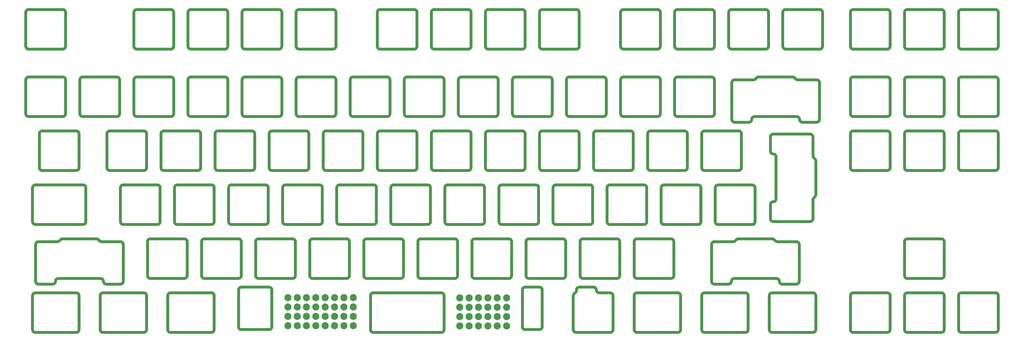
<source format=gbr>
%TF.GenerationSoftware,KiCad,Pcbnew,(5.1.9)-1*%
%TF.CreationDate,2021-02-08T17:30:41+01:00*%
%TF.ProjectId,P.01_ISO,502e3031-5f49-4534-9f2e-6b696361645f,rev?*%
%TF.SameCoordinates,Original*%
%TF.FileFunction,Soldermask,Top*%
%TF.FilePolarity,Negative*%
%FSLAX46Y46*%
G04 Gerber Fmt 4.6, Leading zero omitted, Abs format (unit mm)*
G04 Created by KiCad (PCBNEW (5.1.9)-1) date 2021-02-08 17:30:41*
%MOMM*%
%LPD*%
G01*
G04 APERTURE LIST*
%ADD10C,1.000000*%
%ADD11C,2.500000*%
G04 APERTURE END LIST*
D10*
X254507992Y-104909752D02*
G75*
G02*
X253507992Y-105909752I-1000000J0D01*
G01*
X234092751Y-113982507D02*
X246092751Y-113982507D01*
X233092751Y-100982507D02*
G75*
G02*
X234092751Y-99982507I1000000J0D01*
G01*
X246092751Y-99982507D02*
G75*
G02*
X247092751Y-100982507I0J-1000000D01*
G01*
X247092751Y-112982507D02*
G75*
G02*
X246092751Y-113982507I-1000000J0D01*
G01*
X246092751Y-99982507D02*
X234092751Y-99982507D01*
X252507992Y-106909752D02*
G75*
G02*
X253507992Y-105909752I1000000J0D01*
G01*
X268507992Y-103471752D02*
X268507992Y-91471752D01*
X234092751Y-113982507D02*
G75*
G02*
X233092751Y-112982507I0J1000000D01*
G01*
X267507992Y-111909752D02*
X267507992Y-105203803D01*
X268507993Y-103471752D02*
G75*
G02*
X268007992Y-104337778I-1000001J0D01*
G01*
X253507992Y-89033752D02*
G75*
G02*
X254507992Y-90033752I0J-1000000D01*
G01*
X253507992Y-112909752D02*
X266507992Y-112909752D01*
X253507992Y-112909752D02*
G75*
G02*
X252507992Y-111909752I0J1000000D01*
G01*
X267507992Y-105203803D02*
G75*
G02*
X268007992Y-104337778I1000000J0D01*
G01*
X252507992Y-106909752D02*
X252507992Y-111909752D01*
X252507993Y-83033752D02*
X252507992Y-88033752D01*
X247092751Y-112982507D02*
X247092751Y-100982507D01*
X267507992Y-89739701D02*
X267507993Y-83033752D01*
X266507993Y-82033752D02*
G75*
G02*
X267507993Y-83033752I0J-1000000D01*
G01*
X266507993Y-82033752D02*
X253507993Y-82033752D01*
X254507992Y-90033752D02*
X254507992Y-104909752D01*
X267507992Y-111909752D02*
G75*
G02*
X266507992Y-112909752I-1000000J0D01*
G01*
X268007992Y-90605726D02*
G75*
G02*
X267507992Y-89739701I500000J866025D01*
G01*
X233092751Y-100982507D02*
X233092751Y-112982507D01*
X252507993Y-83033752D02*
G75*
G02*
X253507993Y-82033752I1000000J0D01*
G01*
X253507992Y-89033752D02*
G75*
G02*
X252507992Y-88033752I0J1000000D01*
G01*
X227042751Y-99982507D02*
G75*
G02*
X228042751Y-100982507I0J-1000000D01*
G01*
X228042751Y-112982507D02*
X228042751Y-100982507D01*
X228042751Y-112982507D02*
G75*
G02*
X227042751Y-113982507I-1000000J0D01*
G01*
X227042751Y-99982507D02*
X215042751Y-99982507D01*
X214042751Y-100982507D02*
X214042751Y-112982507D01*
X215042751Y-113982507D02*
X227042751Y-113982507D01*
X215042751Y-113982507D02*
G75*
G02*
X214042751Y-112982507I0J1000000D01*
G01*
X214042751Y-100982507D02*
G75*
G02*
X215042751Y-99982507I1000000J0D01*
G01*
X268007992Y-90605727D02*
G75*
G02*
X268507992Y-91471752I-500000J-866025D01*
G01*
X104198699Y-132003802D02*
G75*
G02*
X103198699Y-133003802I-1000000J0D01*
G01*
X104198699Y-132003802D02*
X104198700Y-120003802D01*
X91198699Y-133003801D02*
X103198699Y-133003802D01*
X103198700Y-119003802D02*
X91198700Y-119003801D01*
X90198700Y-120003801D02*
X90198699Y-132003801D01*
X103198700Y-119003802D02*
G75*
G02*
X104198700Y-120003802I0J-1000000D01*
G01*
X91198699Y-133003801D02*
G75*
G02*
X90198699Y-132003801I0J1000000D01*
G01*
X90198700Y-120003801D02*
G75*
G02*
X91198700Y-119003801I1000000J0D01*
G01*
X66098699Y-132003800D02*
G75*
G02*
X65098699Y-133003800I-1000000J0D01*
G01*
X229311200Y-94903805D02*
X241311200Y-94903805D01*
X161636201Y-74853803D02*
X161636201Y-62853803D01*
X175636201Y-74853804D02*
G75*
G02*
X174636201Y-75853804I-1000000J0D01*
G01*
X175636201Y-62853804D02*
X175636201Y-74853804D01*
X162636201Y-75853803D02*
G75*
G02*
X161636201Y-74853803I0J1000000D01*
G01*
X53098699Y-133003800D02*
G75*
G02*
X52098699Y-132003800I0J1000000D01*
G01*
X53098699Y-133003800D02*
X65098699Y-133003800D01*
X241311201Y-80903805D02*
G75*
G02*
X242311201Y-81903805I0J-1000000D01*
G01*
X65098700Y-119003800D02*
X53098700Y-119003800D01*
X242311200Y-93903805D02*
X242311201Y-81903805D01*
X136536199Y-138053802D02*
X112629949Y-138053802D01*
X242311200Y-93903805D02*
G75*
G02*
X241311200Y-94903805I-1000000J0D01*
G01*
X174636201Y-61853804D02*
G75*
G02*
X175636201Y-62853804I0J-1000000D01*
G01*
X123248699Y-132003802D02*
X123248700Y-120003802D01*
X136536200Y-138053802D02*
G75*
G02*
X137536199Y-139053803I-1J-1000000D01*
G01*
X137536199Y-151053803D02*
X137536199Y-139053803D01*
X137536199Y-151053802D02*
G75*
G02*
X136536199Y-152053802I-1000000J0D01*
G01*
X65098701Y-119003800D02*
G75*
G02*
X66098700Y-120003801I-1J-1000000D01*
G01*
X110248699Y-133003802D02*
G75*
G02*
X109248699Y-132003802I0J1000000D01*
G01*
X112629949Y-152053802D02*
X136536199Y-152053802D01*
X112629949Y-152053802D02*
G75*
G02*
X111629949Y-151053802I0J1000000D01*
G01*
X111629949Y-139053802D02*
X111629949Y-151053802D01*
X228311201Y-81903805D02*
G75*
G02*
X229311201Y-80903805I1000000J0D01*
G01*
X110248699Y-133003802D02*
X122248699Y-133003802D01*
X52098700Y-120003800D02*
X52098699Y-132003800D01*
X111629949Y-139053802D02*
G75*
G02*
X112629949Y-138053802I1000000J0D01*
G01*
X160348699Y-133003803D02*
X148348699Y-133003803D01*
X161636201Y-62853803D02*
G75*
G02*
X162636201Y-61853803I1000000J0D01*
G01*
X161348699Y-132003803D02*
G75*
G02*
X160348699Y-133003803I-1000000J0D01*
G01*
X174636201Y-75853804D02*
X162636201Y-75853803D01*
X147348700Y-120003803D02*
G75*
G02*
X148348700Y-119003803I1000000J0D01*
G01*
X147348699Y-132003803D02*
X147348700Y-120003803D01*
X162636201Y-61853803D02*
X174636201Y-61853804D01*
X123248699Y-132003802D02*
G75*
G02*
X122248699Y-133003802I-1000000J0D01*
G01*
X229311200Y-94903805D02*
G75*
G02*
X228311200Y-93903805I0J1000000D01*
G01*
X241311201Y-80903805D02*
X229311201Y-80903805D01*
X160348700Y-119003803D02*
G75*
G02*
X161348700Y-120003803I0J-1000000D01*
G01*
X148348699Y-133003803D02*
G75*
G02*
X147348699Y-132003803I0J1000000D01*
G01*
X228311201Y-81903805D02*
X228311200Y-93903805D01*
X52098700Y-120003800D02*
G75*
G02*
X53098700Y-119003800I1000000J0D01*
G01*
X66098699Y-132003801D02*
X66098700Y-120003801D01*
X161348700Y-120003803D02*
X161348699Y-132003803D01*
X148348700Y-119003803D02*
X160348700Y-119003803D01*
X23236201Y-62853799D02*
X23236201Y-74853799D01*
X231779450Y-121003805D02*
X231779449Y-134003805D01*
X254949500Y-120003806D02*
G75*
G02*
X254083475Y-119503806I0J1000000D01*
G01*
X23236201Y-74853799D02*
G75*
G02*
X22236201Y-75853799I-1000000J0D01*
G01*
X22236201Y-75853799D02*
X10236201Y-75853799D01*
X109248700Y-120003802D02*
X109248699Y-132003802D01*
X200736202Y-38041304D02*
X212736202Y-38041305D01*
X261655450Y-120003806D02*
G75*
G02*
X262655450Y-121003806I0J-1000000D01*
G01*
X109248700Y-120003802D02*
G75*
G02*
X110248700Y-119003802I1000000J0D01*
G01*
X42573700Y-100953800D02*
G75*
G02*
X43573700Y-99953800I1000000J0D01*
G01*
X66129948Y-151053801D02*
G75*
G02*
X65129949Y-150053800I1J1000000D01*
G01*
X213736202Y-39041305D02*
X213736202Y-51041305D01*
X43573700Y-113953800D02*
X55573700Y-113953800D01*
X42573700Y-100953800D02*
X42573700Y-112953800D01*
X55573700Y-99953800D02*
X43573700Y-99953800D01*
X262655449Y-134003806D02*
X262655450Y-121003806D01*
X9236201Y-74853799D02*
X9236201Y-62853799D01*
X253217450Y-119003806D02*
X241217450Y-119003805D01*
X253217450Y-119003806D02*
G75*
G02*
X254083475Y-119503806I0J-1000000D01*
G01*
X122248700Y-119003802D02*
X110248700Y-119003802D01*
X262655449Y-134003806D02*
G75*
G02*
X261655449Y-135003806I-1000000J0D01*
G01*
X122248700Y-119003802D02*
G75*
G02*
X123248700Y-120003802I0J-1000000D01*
G01*
X200736202Y-52041304D02*
G75*
G02*
X199736202Y-51041304I0J1000000D01*
G01*
X238779449Y-134003805D02*
G75*
G02*
X237779449Y-135003805I-1000000J0D01*
G01*
X171161202Y-39041303D02*
G75*
G02*
X172161202Y-38041303I1000000J0D01*
G01*
X212736202Y-52041305D02*
X200736202Y-52041304D01*
X213736202Y-51041305D02*
G75*
G02*
X212736202Y-52041305I-1000000J0D01*
G01*
X212736202Y-38041305D02*
G75*
G02*
X213736202Y-39041305I0J-1000000D01*
G01*
X55573700Y-99953800D02*
G75*
G02*
X56573700Y-100953800I0J-1000000D01*
G01*
X76886199Y-150053801D02*
G75*
G02*
X75886199Y-151053801I-1000000J0D01*
G01*
X9236201Y-62853799D02*
G75*
G02*
X10236201Y-61853799I1000000J0D01*
G01*
X56573700Y-112953800D02*
X56573700Y-100953800D01*
X172161202Y-38041303D02*
X184161202Y-38041304D01*
X184161202Y-52041304D02*
X172161202Y-52041303D01*
X239779449Y-133003805D02*
X254655449Y-133003806D01*
X256655449Y-135003806D02*
G75*
G02*
X255655449Y-134003806I0J1000000D01*
G01*
X22236201Y-61853799D02*
G75*
G02*
X23236201Y-62853799I0J-1000000D01*
G01*
X254655449Y-133003806D02*
G75*
G02*
X255655449Y-134003806I0J-1000000D01*
G01*
X10236201Y-75853799D02*
G75*
G02*
X9236201Y-74853799I0J1000000D01*
G01*
X199736202Y-39041304D02*
G75*
G02*
X200736202Y-38041304I1000000J0D01*
G01*
X256655449Y-135003806D02*
X261655449Y-135003806D01*
X199736202Y-51041304D02*
X199736202Y-39041304D01*
X261655450Y-120003806D02*
X254949500Y-120003806D01*
X75886199Y-136053801D02*
G75*
G02*
X76886199Y-137053801I0J-1000000D01*
G01*
X231779450Y-121003805D02*
G75*
G02*
X232779450Y-120003805I1000000J0D01*
G01*
X56573700Y-112953800D02*
G75*
G02*
X55573700Y-113953800I-1000000J0D01*
G01*
X185161202Y-51041304D02*
G75*
G02*
X184161202Y-52041304I-1000000J0D01*
G01*
X185161202Y-39041304D02*
X185161202Y-51041304D01*
X171161202Y-51041303D02*
X171161202Y-39041303D01*
X238779449Y-134003805D02*
G75*
G02*
X239779449Y-133003805I1000000J0D01*
G01*
X43573700Y-113953800D02*
G75*
G02*
X42573700Y-112953800I0J1000000D01*
G01*
X66129949Y-151053801D02*
X75886199Y-151053801D01*
X184161202Y-38041304D02*
G75*
G02*
X185161202Y-39041304I0J-1000000D01*
G01*
X172161202Y-52041303D02*
G75*
G02*
X171161202Y-51041303I0J1000000D01*
G01*
X75886199Y-136053801D02*
X66129949Y-136053801D01*
X76886199Y-150053801D02*
X76886199Y-137053801D01*
X10236201Y-61853799D02*
X22236201Y-61853799D01*
X232779449Y-135003805D02*
X237779449Y-135003805D01*
X65129949Y-137053800D02*
X65129949Y-150053800D01*
X239485399Y-120003805D02*
X232779450Y-120003805D01*
X240351424Y-119503805D02*
G75*
G02*
X239485399Y-120003805I-866025J500000D01*
G01*
X65129949Y-137053801D02*
G75*
G02*
X66129949Y-136053801I1000000J0D01*
G01*
X240351425Y-119503805D02*
G75*
G02*
X241217450Y-119003805I866025J-500000D01*
G01*
X232779449Y-135003805D02*
G75*
G02*
X231779449Y-134003805I0J1000000D01*
G01*
X8948700Y-93903799D02*
X8948701Y-81903799D01*
X7948701Y-80903799D02*
X-4051299Y-80903799D01*
X23530449Y-135003799D02*
X18530449Y-135003799D01*
X-7432550Y-100953798D02*
G75*
G02*
X-6432550Y-99953798I1000000J0D01*
G01*
X3186202Y-38041299D02*
G75*
G02*
X4186202Y-39041299I0J-1000000D01*
G01*
X-5345552Y-135003799D02*
G75*
G02*
X-6345551Y-134003798I1J1000000D01*
G01*
X2226425Y-119503799D02*
G75*
G02*
X3092450Y-119003799I866025J-500000D01*
G01*
X56573699Y-151053800D02*
G75*
G02*
X55573699Y-152053800I-1000000J0D01*
G01*
X-8813798Y-52041298D02*
X3186202Y-52041299D01*
X-8813799Y-61853798D02*
X3186201Y-61853799D01*
X-9813799Y-62853798D02*
G75*
G02*
X-8813799Y-61853798I1000000J0D01*
G01*
X-6345551Y-134003798D02*
X-6345550Y-121003798D01*
X23530450Y-120003799D02*
G75*
G02*
X24530450Y-121003799I0J-1000000D01*
G01*
X2226424Y-119503799D02*
G75*
G02*
X1360399Y-120003799I-866025J500000D01*
G01*
X654449Y-134003799D02*
G75*
G02*
X-345551Y-135003799I-1000000J0D01*
G01*
X-5345550Y-120003799D02*
X1360399Y-120003799D01*
X41192449Y-152053800D02*
G75*
G02*
X40192449Y-151053800I0J1000000D01*
G01*
X-345551Y-135003799D02*
X-5345551Y-135003799D01*
X16824500Y-120003799D02*
X23530450Y-120003799D01*
X16530449Y-133003799D02*
G75*
G02*
X17530449Y-134003799I0J-1000000D01*
G01*
X40192449Y-151053800D02*
X40192449Y-139053800D01*
X-6432550Y-113953798D02*
X10329950Y-113953799D01*
X18530449Y-135003799D02*
G75*
G02*
X17530449Y-134003799I0J1000000D01*
G01*
X7948701Y-80903799D02*
G75*
G02*
X8948701Y-81903799I0J-1000000D01*
G01*
X8948700Y-93903799D02*
G75*
G02*
X7948700Y-94903799I-1000000J0D01*
G01*
X-6345550Y-121003799D02*
G75*
G02*
X-5345550Y-120003799I1000000J0D01*
G01*
X-4051300Y-94903799D02*
X7948700Y-94903799D01*
X-5051299Y-81903799D02*
X-5051300Y-93903799D01*
X-5051299Y-81903799D02*
G75*
G02*
X-4051299Y-80903799I1000000J0D01*
G01*
X24530450Y-121003799D02*
X24530449Y-134003799D01*
X16824500Y-120003799D02*
G75*
G02*
X15958475Y-119503799I0J1000000D01*
G01*
X3186201Y-75853799D02*
X-8813799Y-75853798D01*
X-9813798Y-39041298D02*
X-9813798Y-51041298D01*
X-8813798Y-52041298D02*
G75*
G02*
X-9813798Y-51041298I0J1000000D01*
G01*
X-4051300Y-94903799D02*
G75*
G02*
X-5051300Y-93903799I0J1000000D01*
G01*
X4186202Y-51041299D02*
X4186202Y-39041299D01*
X4186202Y-51041299D02*
G75*
G02*
X3186202Y-52041299I-1000000J0D01*
G01*
X3186201Y-61853799D02*
G75*
G02*
X4186201Y-62853799I0J-1000000D01*
G01*
X15092450Y-119003799D02*
G75*
G02*
X15958475Y-119503799I0J-1000000D01*
G01*
X24530449Y-134003799D02*
G75*
G02*
X23530449Y-135003799I-1000000J0D01*
G01*
X-9813798Y-39041298D02*
G75*
G02*
X-8813798Y-38041298I1000000J0D01*
G01*
X3186202Y-38041299D02*
X-8813798Y-38041298D01*
X3092450Y-119003799D02*
X15092450Y-119003799D01*
X55573699Y-152053800D02*
X41192449Y-152053800D01*
X-9813799Y-74853798D02*
X-9813799Y-62853798D01*
X654449Y-134003799D02*
G75*
G02*
X1654449Y-133003799I1000000J0D01*
G01*
X16530449Y-133003799D02*
X1654449Y-133003799D01*
X4186201Y-62853799D02*
X4186201Y-74853799D01*
X-8813799Y-75853798D02*
G75*
G02*
X-9813799Y-74853798I0J1000000D01*
G01*
X32761199Y-151053800D02*
G75*
G02*
X31761199Y-152053800I-1000000J0D01*
G01*
X-6432550Y-113953798D02*
G75*
G02*
X-7432550Y-112953798I0J1000000D01*
G01*
X31761199Y-138053800D02*
G75*
G02*
X32761199Y-139053800I0J-1000000D01*
G01*
X17379949Y-152053799D02*
G75*
G02*
X16379949Y-151053799I0J1000000D01*
G01*
X31761199Y-152053800D02*
X17379949Y-152053799D01*
X32761199Y-139053800D02*
X32761199Y-151053800D01*
X10329950Y-99953799D02*
G75*
G02*
X11329950Y-100953799I0J-1000000D01*
G01*
X17379949Y-138053799D02*
X31761199Y-138053800D01*
X16379949Y-139053799D02*
G75*
G02*
X17379949Y-138053799I1000000J0D01*
G01*
X16379949Y-151053799D02*
X16379949Y-139053799D01*
X10329950Y-99953799D02*
X-6432550Y-99953798D01*
X11329950Y-112953799D02*
X11329950Y-100953799D01*
X11329950Y-112953799D02*
G75*
G02*
X10329950Y-113953799I-1000000J0D01*
G01*
X4186201Y-74853799D02*
G75*
G02*
X3186201Y-75853799I-1000000J0D01*
G01*
X-7432550Y-100953798D02*
X-7432550Y-112953798D01*
X229311199Y-152053805D02*
G75*
G02*
X228311199Y-151053805I0J1000000D01*
G01*
X294698700Y-93903807D02*
G75*
G02*
X293698700Y-94903807I-1000000J0D01*
G01*
X280698701Y-81903807D02*
G75*
G02*
X281698701Y-80903807I1000000J0D01*
G01*
X313748700Y-93903807D02*
G75*
G02*
X312748700Y-94903807I-1000000J0D01*
G01*
X300748700Y-94903807D02*
X312748700Y-94903807D01*
X280698701Y-81903807D02*
X280698700Y-93903807D01*
X312748699Y-138053807D02*
X300748699Y-138053807D01*
X55573699Y-138053800D02*
G75*
G02*
X56573699Y-139053800I0J-1000000D01*
G01*
X40192449Y-139053800D02*
G75*
G02*
X41192449Y-138053800I1000000J0D01*
G01*
X293698701Y-61853807D02*
X281698701Y-61853807D01*
X294698701Y-74853807D02*
X294698701Y-62853807D01*
X219879949Y-138053805D02*
G75*
G02*
X220879949Y-139053805I0J-1000000D01*
G01*
X300748702Y-52041307D02*
G75*
G02*
X299748702Y-51041307I0J1000000D01*
G01*
X313748699Y-151053807D02*
G75*
G02*
X312748699Y-152053807I-1000000J0D01*
G01*
X300748700Y-94903807D02*
G75*
G02*
X299748700Y-93903807I0J1000000D01*
G01*
X312748701Y-80903807D02*
G75*
G02*
X313748701Y-81903807I0J-1000000D01*
G01*
X313748700Y-93903807D02*
X313748701Y-81903807D01*
X293698701Y-80903807D02*
G75*
G02*
X294698701Y-81903807I0J-1000000D01*
G01*
X313748702Y-51041307D02*
X313748702Y-39041307D01*
X228311199Y-139053805D02*
G75*
G02*
X229311199Y-138053805I1000000J0D01*
G01*
X244692449Y-139053806D02*
X244692449Y-151053806D01*
X220879949Y-151053805D02*
G75*
G02*
X219879949Y-152053805I-1000000J0D01*
G01*
X299748702Y-39041307D02*
X299748702Y-51041307D01*
X56573699Y-139053800D02*
X56573699Y-151053800D01*
X294698700Y-93903807D02*
X294698701Y-81903807D01*
X312748702Y-38041307D02*
G75*
G02*
X313748702Y-39041307I0J-1000000D01*
G01*
X243692449Y-152053805D02*
X229311199Y-152053805D01*
X300748699Y-152053807D02*
X312748699Y-152053807D01*
X219879949Y-152053805D02*
X205498699Y-152053804D01*
X41192449Y-138053800D02*
X55573699Y-138053800D01*
X280698701Y-62853807D02*
G75*
G02*
X281698701Y-61853807I1000000J0D01*
G01*
X293698701Y-61853807D02*
G75*
G02*
X294698701Y-62853807I0J-1000000D01*
G01*
X294698701Y-74853807D02*
G75*
G02*
X293698701Y-75853807I-1000000J0D01*
G01*
X299748702Y-39041307D02*
G75*
G02*
X300748702Y-38041307I1000000J0D01*
G01*
X281698701Y-75853807D02*
X293698701Y-75853807D01*
X228311199Y-151053805D02*
X228311199Y-139053805D01*
X220879949Y-139053805D02*
X220879949Y-151053805D01*
X312748699Y-138053807D02*
G75*
G02*
X313748699Y-139053807I0J-1000000D01*
G01*
X280698701Y-62853807D02*
X280698701Y-74853807D01*
X313748699Y-151053807D02*
X313748699Y-139053807D01*
X244692449Y-151053805D02*
G75*
G02*
X243692449Y-152053805I-1000000J0D01*
G01*
X300748699Y-152053807D02*
G75*
G02*
X299748699Y-151053807I0J1000000D01*
G01*
X299748699Y-139053807D02*
X299748699Y-151053807D01*
X299748699Y-139053807D02*
G75*
G02*
X300748699Y-138053807I1000000J0D01*
G01*
X312748702Y-38041307D02*
X300748702Y-38041307D01*
X312748701Y-80903807D02*
X300748701Y-80903807D01*
X299748701Y-81903807D02*
X299748700Y-93903807D01*
X229311199Y-138053805D02*
X243692449Y-138053805D01*
X205498699Y-152053804D02*
G75*
G02*
X204498699Y-151053804I0J1000000D01*
G01*
X204498699Y-139053804D02*
G75*
G02*
X205498699Y-138053804I1000000J0D01*
G01*
X313748702Y-51041307D02*
G75*
G02*
X312748702Y-52041307I-1000000J0D01*
G01*
X293698701Y-80903807D02*
X281698701Y-80903807D01*
X299748701Y-81903807D02*
G75*
G02*
X300748701Y-80903807I1000000J0D01*
G01*
X243692450Y-138053805D02*
G75*
G02*
X244692449Y-139053806I-1J-1000000D01*
G01*
X281698700Y-94903807D02*
X293698700Y-94903807D01*
X281698700Y-94903807D02*
G75*
G02*
X280698700Y-93903807I0J1000000D01*
G01*
X300748702Y-52041307D02*
X312748702Y-52041307D01*
X204498699Y-151053804D02*
X204498699Y-139053804D01*
X205498699Y-138053804D02*
X219879949Y-138053805D01*
X281698701Y-75853807D02*
G75*
G02*
X280698701Y-74853807I0J1000000D01*
G01*
X318798701Y-81903808D02*
G75*
G02*
X319798701Y-80903808I1000000J0D01*
G01*
X331798699Y-152053808D02*
X319798699Y-152053808D01*
X294698699Y-151053807D02*
X294698699Y-139053807D01*
X318798700Y-93903808D02*
X318798701Y-81903808D01*
X281698699Y-152053807D02*
G75*
G02*
X280698699Y-151053807I0J1000000D01*
G01*
X319798700Y-94903808D02*
G75*
G02*
X318798700Y-93903808I0J1000000D01*
G01*
X331798702Y-38041308D02*
G75*
G02*
X332798702Y-39041308I0J-1000000D01*
G01*
X332798701Y-81903808D02*
X332798700Y-93903808D01*
X312748700Y-119003807D02*
G75*
G02*
X313748700Y-120003807I0J-1000000D01*
G01*
X294698699Y-151053807D02*
G75*
G02*
X293698699Y-152053807I-1000000J0D01*
G01*
X300748700Y-119003807D02*
X312748700Y-119003807D01*
X312748699Y-133003807D02*
X300748699Y-133003807D01*
X313748700Y-120003807D02*
X313748699Y-132003807D01*
X281698702Y-52041307D02*
G75*
G02*
X280698702Y-51041307I0J1000000D01*
G01*
X332798699Y-151053808D02*
G75*
G02*
X331798699Y-152053808I-1000000J0D01*
G01*
X331798701Y-80903808D02*
G75*
G02*
X332798701Y-81903808I0J-1000000D01*
G01*
X293698702Y-38041307D02*
X281698702Y-38041307D01*
X299748701Y-62853807D02*
G75*
G02*
X300748701Y-61853807I1000000J0D01*
G01*
X331798702Y-52041308D02*
X319798702Y-52041308D01*
X332798702Y-51041308D02*
G75*
G02*
X331798702Y-52041308I-1000000J0D01*
G01*
X332798699Y-139053808D02*
X332798699Y-151053808D01*
X332798702Y-39041308D02*
X332798702Y-51041308D01*
X318798699Y-139053808D02*
G75*
G02*
X319798699Y-138053808I1000000J0D01*
G01*
X319798702Y-38041308D02*
X331798702Y-38041308D01*
X331798699Y-138053808D02*
G75*
G02*
X332798699Y-139053808I0J-1000000D01*
G01*
X299748699Y-132003807D02*
X299748700Y-120003807D01*
X319798699Y-138053808D02*
X331798699Y-138053808D01*
X318798699Y-151053808D02*
X318798699Y-139053808D01*
X293698699Y-138053807D02*
X281698699Y-138053807D01*
X280698702Y-39041307D02*
G75*
G02*
X281698702Y-38041307I1000000J0D01*
G01*
X300748701Y-61853807D02*
X312748701Y-61853807D01*
X281698702Y-52041307D02*
X293698702Y-52041307D01*
X331798700Y-94903808D02*
X319798700Y-94903808D01*
X319798701Y-80903808D02*
X331798701Y-80903808D01*
X332798700Y-93903808D02*
G75*
G02*
X331798700Y-94903808I-1000000J0D01*
G01*
X319798699Y-152053808D02*
G75*
G02*
X318798699Y-151053808I0J1000000D01*
G01*
X299748700Y-120003807D02*
G75*
G02*
X300748700Y-119003807I1000000J0D01*
G01*
X280698702Y-39041307D02*
X280698702Y-51041307D01*
X294698702Y-51041307D02*
X294698702Y-39041307D01*
X313748701Y-62853807D02*
X313748701Y-74853807D01*
X293698702Y-38041307D02*
G75*
G02*
X294698702Y-39041307I0J-1000000D01*
G01*
X281698699Y-152053807D02*
X293698699Y-152053807D01*
X300748699Y-133003807D02*
G75*
G02*
X299748699Y-132003807I0J1000000D01*
G01*
X313748699Y-132003807D02*
G75*
G02*
X312748699Y-133003807I-1000000J0D01*
G01*
X280698699Y-139053807D02*
X280698699Y-151053807D01*
X294698702Y-51041307D02*
G75*
G02*
X293698702Y-52041307I-1000000J0D01*
G01*
X318798702Y-39041308D02*
G75*
G02*
X319798702Y-38041308I1000000J0D01*
G01*
X293698699Y-138053807D02*
G75*
G02*
X294698699Y-139053807I0J-1000000D01*
G01*
X280698699Y-139053807D02*
G75*
G02*
X281698699Y-138053807I1000000J0D01*
G01*
X319798702Y-52041308D02*
G75*
G02*
X318798702Y-51041308I0J1000000D01*
G01*
X318798702Y-51041308D02*
X318798702Y-39041308D01*
X312748701Y-61853807D02*
G75*
G02*
X313748701Y-62853807I0J-1000000D01*
G01*
X299748701Y-74853807D02*
X299748701Y-62853807D01*
X300748701Y-75853807D02*
G75*
G02*
X299748701Y-74853807I0J1000000D01*
G01*
X312748701Y-75853807D02*
X300748701Y-75853807D01*
X23523700Y-100953799D02*
G75*
G02*
X24523700Y-99953799I1000000J0D01*
G01*
X331798701Y-75853808D02*
X319798701Y-75853808D01*
X313748701Y-74853807D02*
G75*
G02*
X312748701Y-75853807I-1000000J0D01*
G01*
X332798701Y-74853808D02*
G75*
G02*
X331798701Y-75853808I-1000000J0D01*
G01*
X24523700Y-113953799D02*
G75*
G02*
X23523700Y-112953799I0J1000000D01*
G01*
X319798701Y-61853808D02*
X331798701Y-61853808D01*
X24523700Y-113953799D02*
X36523700Y-113953800D01*
X318798701Y-74853808D02*
X318798701Y-62853808D01*
X318798701Y-62853808D02*
G75*
G02*
X319798701Y-61853808I1000000J0D01*
G01*
X319798701Y-75853808D02*
G75*
G02*
X318798701Y-74853808I0J1000000D01*
G01*
X23523700Y-100953799D02*
X23523700Y-112953799D01*
X331798701Y-61853808D02*
G75*
G02*
X332798701Y-62853808I0J-1000000D01*
G01*
X332798701Y-62853808D02*
X332798701Y-74853808D01*
X37523700Y-112953800D02*
G75*
G02*
X36523700Y-113953800I-1000000J0D01*
G01*
X36523700Y-99953800D02*
G75*
G02*
X37523700Y-100953800I0J-1000000D01*
G01*
X37523700Y-112953800D02*
X37523700Y-100953800D01*
X36523700Y-99953800D02*
X24523700Y-99953799D01*
X239923201Y-77853805D02*
G75*
G02*
X238923201Y-76853805I0J1000000D01*
G01*
X245923201Y-76853806D02*
G75*
G02*
X244923201Y-77853806I-1000000J0D01*
G01*
X268799201Y-62853806D02*
X262093252Y-62853806D01*
X268799201Y-62853806D02*
G75*
G02*
X269799201Y-63853806I0J-1000000D01*
G01*
X245923201Y-76853806D02*
G75*
G02*
X246923201Y-75853806I1000000J0D01*
G01*
X269799201Y-76853806D02*
G75*
G02*
X268799201Y-77853806I-1000000J0D01*
G01*
X263799201Y-77853806D02*
G75*
G02*
X262799201Y-76853806I0J1000000D01*
G01*
X239923201Y-77853805D02*
X244923201Y-77853806D01*
X238923201Y-63853805D02*
G75*
G02*
X239923201Y-62853805I1000000J0D01*
G01*
X246629150Y-62853806D02*
X239923201Y-62853805D01*
X238923201Y-63853805D02*
X238923201Y-76853805D01*
X247495175Y-62353806D02*
G75*
G02*
X246629150Y-62853806I-866025J500000D01*
G01*
X261799201Y-75853806D02*
G75*
G02*
X262799201Y-76853806I0J-1000000D01*
G01*
X260361201Y-61853806D02*
X248361201Y-61853806D01*
X269799201Y-76853806D02*
X269799201Y-63853806D01*
X247495176Y-62353806D02*
G75*
G02*
X248361201Y-61853806I866025J-500000D01*
G01*
X260361201Y-61853805D02*
G75*
G02*
X261227227Y-62353806I0J-1000001D01*
G01*
X262093252Y-62853806D02*
G75*
G02*
X261227227Y-62353806I0J1000000D01*
G01*
X263799201Y-77853806D02*
X268799201Y-77853806D01*
X246923201Y-75853806D02*
X261799201Y-75853806D01*
X-6432551Y-152053798D02*
G75*
G02*
X-7432551Y-151053798I0J1000000D01*
G01*
X7948699Y-138053799D02*
X-6432551Y-138053798D01*
X8948699Y-151053799D02*
X8948699Y-139053799D01*
X-7432551Y-139053798D02*
X-7432551Y-151053798D01*
X-7432551Y-139053798D02*
G75*
G02*
X-6432551Y-138053798I1000000J0D01*
G01*
X8948699Y-151053799D02*
G75*
G02*
X7948699Y-152053799I-1000000J0D01*
G01*
X-6432551Y-152053798D02*
X7948699Y-152053799D01*
X238836202Y-52041305D02*
G75*
G02*
X237836202Y-51041305I0J1000000D01*
G01*
X257886202Y-52041306D02*
G75*
G02*
X256886202Y-51041306I0J1000000D01*
G01*
X256886202Y-39041306D02*
G75*
G02*
X257886202Y-38041306I1000000J0D01*
G01*
X33048700Y-120003800D02*
X33048699Y-132003800D01*
X269886202Y-38041306D02*
X257886202Y-38041306D01*
X85436202Y-39041301D02*
G75*
G02*
X86436202Y-38041301I1000000J0D01*
G01*
X251836202Y-51041306D02*
G75*
G02*
X250836202Y-52041306I-1000000J0D01*
G01*
X47048699Y-132003800D02*
G75*
G02*
X46048699Y-133003800I-1000000J0D01*
G01*
X250836202Y-52041306D02*
X238836202Y-52041305D01*
X127011202Y-38041302D02*
G75*
G02*
X128011202Y-39041302I0J-1000000D01*
G01*
X98436202Y-38041301D02*
G75*
G02*
X99436202Y-39041301I0J-1000000D01*
G01*
X238836202Y-38041305D02*
X250836202Y-38041306D01*
X204211200Y-93903804D02*
G75*
G02*
X203211200Y-94903804I-1000000J0D01*
G01*
X227023700Y-99953805D02*
G75*
G02*
X228023700Y-100953805I0J-1000000D01*
G01*
X7948699Y-138053799D02*
G75*
G02*
X8948699Y-139053799I0J-1000000D01*
G01*
X269886202Y-38041306D02*
G75*
G02*
X270886202Y-39041306I0J-1000000D01*
G01*
X251836202Y-39041306D02*
X251836202Y-51041306D01*
X204211201Y-81903804D02*
X204211200Y-93903804D01*
X33048700Y-120003800D02*
G75*
G02*
X34048700Y-119003800I1000000J0D01*
G01*
X228023700Y-112953805D02*
X228023700Y-100953805D01*
X228023700Y-112953805D02*
G75*
G02*
X227023700Y-113953805I-1000000J0D01*
G01*
X214023700Y-100953805D02*
X214023700Y-112953805D01*
X237836202Y-39041305D02*
G75*
G02*
X238836202Y-38041305I1000000J0D01*
G01*
X127011202Y-52041302D02*
X115011202Y-52041302D01*
X46048700Y-119003800D02*
G75*
G02*
X47048700Y-120003800I0J-1000000D01*
G01*
X46048700Y-119003800D02*
X34048700Y-119003800D01*
X47048699Y-132003800D02*
X47048700Y-120003800D01*
X191211200Y-94903804D02*
G75*
G02*
X190211200Y-93903804I0J1000000D01*
G01*
X34048699Y-133003800D02*
X46048699Y-133003800D01*
X190211201Y-81903804D02*
G75*
G02*
X191211201Y-80903804I1000000J0D01*
G01*
X99436202Y-51041301D02*
G75*
G02*
X98436202Y-52041301I-1000000J0D01*
G01*
X98436202Y-52041301D02*
X86436202Y-52041301D01*
X190211200Y-93903804D02*
X190211201Y-81903804D01*
X203211200Y-94903804D02*
X191211200Y-94903804D01*
X115011202Y-38041302D02*
X127011202Y-38041302D01*
X191211201Y-80903804D02*
X203211201Y-80903804D01*
X128011202Y-51041302D02*
G75*
G02*
X127011202Y-52041302I-1000000J0D01*
G01*
X215023700Y-113953805D02*
X227023700Y-113953805D01*
X215023700Y-113953805D02*
G75*
G02*
X214023700Y-112953805I0J1000000D01*
G01*
X270886202Y-51041306D02*
G75*
G02*
X269886202Y-52041306I-1000000J0D01*
G01*
X214023700Y-100953805D02*
G75*
G02*
X215023700Y-99953805I1000000J0D01*
G01*
X256886202Y-39041306D02*
X256886202Y-51041306D01*
X128011202Y-39041302D02*
X128011202Y-51041302D01*
X270886202Y-51041306D02*
X270886202Y-39041306D01*
X203211201Y-80903804D02*
G75*
G02*
X204211201Y-81903804I0J-1000000D01*
G01*
X34048699Y-133003800D02*
G75*
G02*
X33048699Y-132003800I0J1000000D01*
G01*
X86436202Y-38041301D02*
X98436202Y-38041301D01*
X250836202Y-38041306D02*
G75*
G02*
X251836202Y-39041306I0J-1000000D01*
G01*
X85436202Y-51041301D02*
X85436202Y-39041301D01*
X114011202Y-39041302D02*
G75*
G02*
X115011202Y-38041302I1000000J0D01*
G01*
X86436202Y-52041301D02*
G75*
G02*
X85436202Y-51041301I0J1000000D01*
G01*
X115011202Y-52041302D02*
G75*
G02*
X114011202Y-51041302I0J1000000D01*
G01*
X237836202Y-51041305D02*
X237836202Y-39041305D01*
X114011202Y-51041302D02*
X114011202Y-39041302D01*
X227023700Y-99953805D02*
X215023700Y-99953805D01*
X257886202Y-52041306D02*
X269886202Y-52041306D01*
X132773700Y-112953802D02*
G75*
G02*
X131773700Y-113953802I-1000000J0D01*
G01*
X132773700Y-100953802D02*
X132773700Y-112953802D01*
X28286202Y-39041299D02*
G75*
G02*
X29286202Y-38041299I1000000J0D01*
G01*
X42286202Y-51041300D02*
G75*
G02*
X41286202Y-52041300I-1000000J0D01*
G01*
X42286202Y-51041300D02*
X42286202Y-39041300D01*
X99436202Y-39041301D02*
X99436202Y-51041301D01*
X108961200Y-93903802D02*
G75*
G02*
X107961200Y-94903802I-1000000J0D01*
G01*
X232786202Y-51041305D02*
G75*
G02*
X231786202Y-52041305I-1000000J0D01*
G01*
X95961200Y-94903801D02*
X107961200Y-94903802D01*
X94961201Y-81903801D02*
X94961200Y-93903801D01*
X218786202Y-39041305D02*
G75*
G02*
X219786202Y-38041305I1000000J0D01*
G01*
X185448700Y-120003804D02*
X185448699Y-132003804D01*
X28286202Y-39041299D02*
X28286202Y-51041299D01*
X95961200Y-94903801D02*
G75*
G02*
X94961200Y-93903801I0J1000000D01*
G01*
X94961201Y-81903801D02*
G75*
G02*
X95961201Y-80903801I1000000J0D01*
G01*
X232786202Y-39041305D02*
X232786202Y-51041305D01*
X41286202Y-38041300D02*
X29286202Y-38041299D01*
X119773700Y-113953802D02*
G75*
G02*
X118773700Y-112953802I0J1000000D01*
G01*
X131773700Y-113953802D02*
X119773700Y-113953802D01*
X107961201Y-80903802D02*
X95961201Y-80903801D01*
X166111200Y-93903803D02*
G75*
G02*
X165111200Y-94903803I-1000000J0D01*
G01*
X186448699Y-133003804D02*
X198448699Y-133003804D01*
X107961201Y-80903802D02*
G75*
G02*
X108961201Y-81903802I0J-1000000D01*
G01*
X165111201Y-80903803D02*
G75*
G02*
X166111201Y-81903803I0J-1000000D01*
G01*
X172129949Y-150053803D02*
G75*
G02*
X171129949Y-151053803I-1000000J0D01*
G01*
X108961200Y-93903802D02*
X108961201Y-81903802D01*
X172129949Y-150053803D02*
X172129949Y-137053803D01*
X166129949Y-151053803D02*
X171129949Y-151053803D01*
X199448699Y-132003804D02*
G75*
G02*
X198448699Y-133003804I-1000000J0D01*
G01*
X231786202Y-38041305D02*
G75*
G02*
X232786202Y-39041305I0J-1000000D01*
G01*
X223261200Y-93903805D02*
G75*
G02*
X222261200Y-94903805I-1000000J0D01*
G01*
X166129949Y-151053803D02*
G75*
G02*
X165129949Y-150053803I0J1000000D01*
G01*
X165129949Y-137053803D02*
X165129949Y-150053803D01*
X152111201Y-81903803D02*
G75*
G02*
X153111201Y-80903803I1000000J0D01*
G01*
X210261200Y-94903805D02*
G75*
G02*
X209261200Y-93903805I0J1000000D01*
G01*
X153111200Y-94903803D02*
G75*
G02*
X152111200Y-93903803I0J1000000D01*
G01*
X186448699Y-133003804D02*
G75*
G02*
X185448699Y-132003804I0J1000000D01*
G01*
X152111201Y-81903803D02*
X152111200Y-93903803D01*
X41286202Y-38041300D02*
G75*
G02*
X42286202Y-39041300I0J-1000000D01*
G01*
X165129949Y-137053803D02*
G75*
G02*
X166129949Y-136053803I1000000J0D01*
G01*
X153111200Y-94903803D02*
X165111200Y-94903803D01*
X171129949Y-136053803D02*
X166129949Y-136053803D01*
X231786202Y-52041305D02*
X219786202Y-52041305D01*
X171129949Y-136053803D02*
G75*
G02*
X172129949Y-137053803I0J-1000000D01*
G01*
X131773700Y-99953802D02*
G75*
G02*
X132773700Y-100953802I0J-1000000D01*
G01*
X219786202Y-38041305D02*
X231786202Y-38041305D01*
X222261201Y-80903805D02*
X210261201Y-80903805D01*
X165111201Y-80903803D02*
X153111201Y-80903803D01*
X198448700Y-119003804D02*
X186448700Y-119003804D01*
X222261201Y-80903805D02*
G75*
G02*
X223261201Y-81903805I0J-1000000D01*
G01*
X199448699Y-132003804D02*
X199448700Y-120003804D01*
X209261201Y-81903805D02*
X209261200Y-93903805D01*
X29286202Y-52041299D02*
X41286202Y-52041300D01*
X218786202Y-51041305D02*
X218786202Y-39041305D01*
X166111200Y-93903803D02*
X166111201Y-81903803D01*
X119773700Y-99953802D02*
X131773700Y-99953802D01*
X223261200Y-93903805D02*
X223261201Y-81903805D01*
X29286202Y-52041299D02*
G75*
G02*
X28286202Y-51041299I0J1000000D01*
G01*
X198448700Y-119003804D02*
G75*
G02*
X199448700Y-120003804I0J-1000000D01*
G01*
X210261200Y-94903805D02*
X222261200Y-94903805D01*
X118773700Y-100953802D02*
G75*
G02*
X119773700Y-99953802I1000000J0D01*
G01*
X118773700Y-112953802D02*
X118773700Y-100953802D01*
X185448700Y-120003804D02*
G75*
G02*
X186448700Y-119003804I1000000J0D01*
G01*
X219786202Y-52041305D02*
G75*
G02*
X218786202Y-51041305I0J1000000D01*
G01*
X105486201Y-75853802D02*
G75*
G02*
X104486201Y-74853802I0J1000000D01*
G01*
X112723700Y-99953802D02*
G75*
G02*
X113723700Y-100953802I0J-1000000D01*
G01*
X113723700Y-112953802D02*
X113723700Y-100953802D01*
X213736201Y-62853805D02*
X213736201Y-74853805D01*
X117486201Y-75853802D02*
X105486201Y-75853802D01*
X118486201Y-74853802D02*
G75*
G02*
X117486201Y-75853802I-1000000J0D01*
G01*
X133061201Y-81903802D02*
G75*
G02*
X134061201Y-80903802I1000000J0D01*
G01*
X142298699Y-132003803D02*
G75*
G02*
X141298699Y-133003803I-1000000J0D01*
G01*
X212736201Y-61853805D02*
G75*
G02*
X213736201Y-62853805I0J-1000000D01*
G01*
X142298699Y-132003803D02*
X142298700Y-120003803D01*
X128298700Y-120003802D02*
X128298699Y-132003802D01*
X199736201Y-62853804D02*
G75*
G02*
X200736201Y-61853804I1000000J0D01*
G01*
X105486201Y-61853802D02*
X117486201Y-61853802D01*
X199736201Y-74853804D02*
X199736201Y-62853804D01*
X194973700Y-100953804D02*
X194973700Y-112953804D01*
X118486201Y-62853802D02*
X118486201Y-74853802D01*
X200736201Y-75853804D02*
G75*
G02*
X199736201Y-74853804I0J1000000D01*
G01*
X196067449Y-138053804D02*
G75*
G02*
X197067449Y-139053804I0J-1000000D01*
G01*
X133061200Y-93903802D02*
X133061201Y-81903802D01*
X134061200Y-94903802D02*
G75*
G02*
X133061200Y-93903802I0J1000000D01*
G01*
X195973700Y-113953804D02*
G75*
G02*
X194973700Y-112953804I0J1000000D01*
G01*
X104486201Y-62853802D02*
G75*
G02*
X105486201Y-61853802I1000000J0D01*
G01*
X183067449Y-139053804D02*
G75*
G02*
X183626824Y-138156113I1000000J0D01*
G01*
X190186199Y-136053804D02*
G75*
G02*
X191186199Y-137053804I0J-1000000D01*
G01*
X194973700Y-100953804D02*
G75*
G02*
X195973700Y-99953804I1000000J0D01*
G01*
X207973700Y-99953804D02*
X195973700Y-99953804D01*
X192186199Y-138053804D02*
G75*
G02*
X191186199Y-137053804I0J1000000D01*
G01*
X207973701Y-99953804D02*
G75*
G02*
X208973700Y-100953805I-1J-1000000D01*
G01*
X208973700Y-112953805D02*
X208973700Y-100953805D01*
X208973700Y-112953804D02*
G75*
G02*
X207973700Y-113953804I-1000000J0D01*
G01*
X195973700Y-113953804D02*
X207973700Y-113953804D01*
X128298700Y-120003802D02*
G75*
G02*
X129298700Y-119003802I1000000J0D01*
G01*
X190186199Y-136053804D02*
X185186199Y-136053804D01*
X100723700Y-113953801D02*
G75*
G02*
X99723700Y-112953801I0J1000000D01*
G01*
X129298699Y-133003802D02*
X141298699Y-133003803D01*
X184186200Y-137258421D02*
G75*
G02*
X183626824Y-138156113I-1000001J0D01*
G01*
X184067449Y-152053804D02*
G75*
G02*
X183067449Y-151053804I0J1000000D01*
G01*
X213736201Y-74853805D02*
G75*
G02*
X212736201Y-75853805I-1000000J0D01*
G01*
X183067449Y-139053804D02*
X183067449Y-151053804D01*
X200736201Y-61853804D02*
X212736201Y-61853805D01*
X129298699Y-133003802D02*
G75*
G02*
X128298699Y-132003802I0J1000000D01*
G01*
X184186199Y-137053804D02*
X184186199Y-137258421D01*
X184186199Y-137053804D02*
G75*
G02*
X185186199Y-136053804I1000000J0D01*
G01*
X212736201Y-75853805D02*
X200736201Y-75853804D01*
X197067449Y-151053804D02*
X197067449Y-139053804D01*
X113723700Y-112953802D02*
G75*
G02*
X112723700Y-113953802I-1000000J0D01*
G01*
X196067449Y-138053804D02*
X192186199Y-138053804D01*
X99723700Y-100953801D02*
X99723700Y-112953801D01*
X112723700Y-99953802D02*
X100723700Y-99953801D01*
X197067449Y-151053804D02*
G75*
G02*
X196067449Y-152053804I-1000000J0D01*
G01*
X100723700Y-113953801D02*
X112723700Y-113953802D01*
X117486201Y-61853802D02*
G75*
G02*
X118486201Y-62853802I0J-1000000D01*
G01*
X141298700Y-119003803D02*
X129298700Y-119003802D01*
X104486201Y-74853802D02*
X104486201Y-62853802D01*
X141298700Y-119003803D02*
G75*
G02*
X142298700Y-120003803I0J-1000000D01*
G01*
X184067449Y-152053804D02*
X196067449Y-152053804D01*
X99723700Y-100953801D02*
G75*
G02*
X100723700Y-99953801I1000000J0D01*
G01*
X137536201Y-74853802D02*
G75*
G02*
X136536201Y-75853802I-1000000J0D01*
G01*
X128011200Y-93903802D02*
G75*
G02*
X127011200Y-94903802I-1000000J0D01*
G01*
X115011200Y-94903802D02*
X127011200Y-94903802D01*
X146061202Y-38041303D02*
G75*
G02*
X147061202Y-39041303I0J-1000000D01*
G01*
X134061202Y-52041302D02*
X146061202Y-52041303D01*
X134061202Y-52041302D02*
G75*
G02*
X133061202Y-51041302I0J1000000D01*
G01*
X147061202Y-51041303D02*
X147061202Y-39041303D01*
X137536201Y-62853803D02*
X137536201Y-74853803D01*
X76911200Y-94903801D02*
G75*
G02*
X75911200Y-93903801I0J1000000D01*
G01*
X146061202Y-38041303D02*
X134061202Y-38041302D01*
X75911201Y-81903801D02*
X75911200Y-93903801D01*
X133061202Y-39041302D02*
X133061202Y-51041302D01*
X75911201Y-81903801D02*
G75*
G02*
X76911201Y-80903801I1000000J0D01*
G01*
X171161201Y-81903803D02*
G75*
G02*
X172161201Y-80903803I1000000J0D01*
G01*
X124536201Y-75853802D02*
G75*
G02*
X123536201Y-74853802I0J1000000D01*
G01*
X185161201Y-81903804D02*
X185161200Y-93903804D01*
X184161201Y-80903804D02*
G75*
G02*
X185161201Y-81903804I0J-1000000D01*
G01*
X185161200Y-93903804D02*
G75*
G02*
X184161200Y-94903804I-1000000J0D01*
G01*
X89911200Y-93903801D02*
G75*
G02*
X88911200Y-94903801I-1000000J0D01*
G01*
X114011201Y-81903802D02*
G75*
G02*
X115011201Y-80903802I1000000J0D01*
G01*
X88911201Y-80903801D02*
G75*
G02*
X89911201Y-81903801I0J-1000000D01*
G01*
X127011201Y-80903802D02*
X115011201Y-80903802D01*
X147061202Y-51041303D02*
G75*
G02*
X146061202Y-52041303I-1000000J0D01*
G01*
X88911201Y-80903801D02*
X76911201Y-80903801D01*
X171161200Y-93903803D02*
X171161201Y-81903803D01*
X115011200Y-94903802D02*
G75*
G02*
X114011200Y-93903802I0J1000000D01*
G01*
X76911200Y-94903801D02*
X88911200Y-94903801D01*
X128011200Y-93903802D02*
X128011201Y-81903802D01*
X184161200Y-94903804D02*
X172161200Y-94903803D01*
X172161200Y-94903803D02*
G75*
G02*
X171161200Y-93903803I0J1000000D01*
G01*
X89911200Y-93903801D02*
X89911201Y-81903801D01*
X133061202Y-39041302D02*
G75*
G02*
X134061202Y-38041302I1000000J0D01*
G01*
X136536201Y-75853802D02*
X124536201Y-75853802D01*
X172161201Y-80903803D02*
X184161201Y-80903804D01*
X114011201Y-81903802D02*
X114011200Y-93903802D01*
X127011201Y-80903802D02*
G75*
G02*
X128011201Y-81903802I0J-1000000D01*
G01*
X124536201Y-61853802D02*
X136536201Y-61853802D01*
X123536201Y-62853802D02*
G75*
G02*
X124536201Y-61853802I1000000J0D01*
G01*
X123536201Y-74853802D02*
X123536201Y-62853802D01*
X165111202Y-38041303D02*
X153111202Y-38041303D01*
X252123699Y-151053806D02*
X252123699Y-139053806D01*
X150823700Y-99953803D02*
G75*
G02*
X151823700Y-100953803I0J-1000000D01*
G01*
X268504949Y-151053806D02*
G75*
G02*
X267504949Y-152053806I-1000000J0D01*
G01*
X138823700Y-99953803D02*
X150823700Y-99953803D01*
X151823700Y-100953803D02*
X151823700Y-112953803D01*
X253123699Y-152053806D02*
G75*
G02*
X252123699Y-151053806I0J1000000D01*
G01*
X75623700Y-112953801D02*
X75623700Y-100953801D01*
X74623700Y-99953801D02*
G75*
G02*
X75623700Y-100953801I0J-1000000D01*
G01*
X137823700Y-112953803D02*
X137823700Y-100953803D01*
X80673700Y-100953801D02*
G75*
G02*
X81673700Y-99953801I1000000J0D01*
G01*
X75623700Y-112953801D02*
G75*
G02*
X74623700Y-113953801I-1000000J0D01*
G01*
X143586201Y-61853803D02*
X155586201Y-61853803D01*
X80673700Y-112953801D02*
X80673700Y-100953801D01*
X142586201Y-74853803D02*
X142586201Y-62853803D01*
X134061201Y-80903802D02*
X146061201Y-80903803D01*
X165111202Y-38041303D02*
G75*
G02*
X166111202Y-39041303I0J-1000000D01*
G01*
X138823700Y-113953803D02*
G75*
G02*
X137823700Y-112953803I0J1000000D01*
G01*
X150823700Y-113953803D02*
X138823700Y-113953803D01*
X151823700Y-112953803D02*
G75*
G02*
X150823700Y-113953803I-1000000J0D01*
G01*
X152111202Y-39041303D02*
X152111202Y-51041303D01*
X94673700Y-112953801D02*
G75*
G02*
X93673700Y-113953801I-1000000J0D01*
G01*
X166111202Y-51041303D02*
X166111202Y-39041303D01*
X166111202Y-51041303D02*
G75*
G02*
X165111202Y-52041303I-1000000J0D01*
G01*
X153111202Y-52041303D02*
X165111202Y-52041303D01*
X153111202Y-52041303D02*
G75*
G02*
X152111202Y-51041303I0J1000000D01*
G01*
X147061200Y-93903803D02*
G75*
G02*
X146061200Y-94903803I-1000000J0D01*
G01*
X81673700Y-99953801D02*
X93673700Y-99953801D01*
X156586201Y-62853803D02*
X156586201Y-74853803D01*
X156586201Y-74853803D02*
G75*
G02*
X155586201Y-75853803I-1000000J0D01*
G01*
X146061201Y-80903803D02*
G75*
G02*
X147061201Y-81903803I0J-1000000D01*
G01*
X253123699Y-138053806D02*
X267504949Y-138053806D01*
X74623700Y-99953801D02*
X62623700Y-99953800D01*
X93673700Y-113953801D02*
X81673700Y-113953801D01*
X61623700Y-100953800D02*
G75*
G02*
X62623700Y-99953800I1000000J0D01*
G01*
X267504949Y-138053806D02*
G75*
G02*
X268504949Y-139053806I0J-1000000D01*
G01*
X152111202Y-39041303D02*
G75*
G02*
X153111202Y-38041303I1000000J0D01*
G01*
X81673700Y-113953801D02*
G75*
G02*
X80673700Y-112953801I0J1000000D01*
G01*
X94673700Y-100953801D02*
X94673700Y-112953801D01*
X93673700Y-99953801D02*
G75*
G02*
X94673700Y-100953801I0J-1000000D01*
G01*
X268504949Y-139053806D02*
X268504949Y-151053806D01*
X62623700Y-113953800D02*
X74623700Y-113953801D01*
X267504949Y-152053806D02*
X253123699Y-152053806D01*
X62623700Y-113953800D02*
G75*
G02*
X61623700Y-112953800I0J1000000D01*
G01*
X155586201Y-61853803D02*
G75*
G02*
X156586201Y-62853803I0J-1000000D01*
G01*
X142586201Y-62853803D02*
G75*
G02*
X143586201Y-61853803I1000000J0D01*
G01*
X143586201Y-75853803D02*
G75*
G02*
X142586201Y-74853803I0J1000000D01*
G01*
X252123699Y-139053806D02*
G75*
G02*
X253123699Y-138053806I1000000J0D01*
G01*
X146061200Y-94903803D02*
X134061200Y-94903802D01*
X155586201Y-75853803D02*
X143586201Y-75853803D01*
X147061201Y-81903803D02*
X147061200Y-93903803D01*
X137823700Y-100953803D02*
G75*
G02*
X138823700Y-99953803I1000000J0D01*
G01*
X61623700Y-100953800D02*
X61623700Y-112953800D01*
X136536202Y-61853802D02*
G75*
G02*
X137536201Y-62853803I-1J-1000000D01*
G01*
X194686201Y-62853804D02*
X194686201Y-74853804D01*
X29286201Y-75853799D02*
G75*
G02*
X28286201Y-74853799I0J1000000D01*
G01*
X28286201Y-62853799D02*
X28286201Y-74853799D01*
X66386202Y-39041301D02*
X66386202Y-51041301D01*
X181686201Y-61853804D02*
X193686201Y-61853804D01*
X28286201Y-62853799D02*
G75*
G02*
X29286201Y-61853799I1000000J0D01*
G01*
X79386202Y-38041301D02*
G75*
G02*
X80386202Y-39041301I0J-1000000D01*
G01*
X41286201Y-61853800D02*
X29286201Y-61853799D01*
X66386202Y-39041301D02*
G75*
G02*
X67386202Y-38041301I1000000J0D01*
G01*
X179398700Y-119003804D02*
X167398700Y-119003803D01*
X217498699Y-133003805D02*
X205498699Y-133003804D01*
X205498700Y-119003804D02*
X217498700Y-119003805D01*
X175923700Y-100953804D02*
G75*
G02*
X176923700Y-99953804I1000000J0D01*
G01*
X179398700Y-119003804D02*
G75*
G02*
X180398700Y-120003804I0J-1000000D01*
G01*
X47336201Y-62853800D02*
X47336201Y-74853800D01*
X79386201Y-61853801D02*
X67386201Y-61853801D01*
X80386201Y-74853801D02*
X80386201Y-62853801D01*
X204498700Y-120003804D02*
G75*
G02*
X205498700Y-119003804I1000000J0D01*
G01*
X175923700Y-112953804D02*
X175923700Y-100953804D01*
X41286201Y-61853800D02*
G75*
G02*
X42286201Y-62853800I0J-1000000D01*
G01*
X176923700Y-99953804D02*
X188923700Y-99953804D01*
X188923700Y-113953804D02*
X176923700Y-113953804D01*
X189923700Y-112953804D02*
G75*
G02*
X188923700Y-113953804I-1000000J0D01*
G01*
X80386202Y-51041301D02*
G75*
G02*
X79386202Y-52041301I-1000000J0D01*
G01*
X166398700Y-120003803D02*
X166398699Y-132003803D01*
X67386202Y-52041301D02*
X79386202Y-52041301D01*
X67386201Y-75853801D02*
G75*
G02*
X66386201Y-74853801I0J1000000D01*
G01*
X66386201Y-62853801D02*
X66386201Y-74853801D01*
X60336201Y-61853800D02*
X48336201Y-61853800D01*
X167398699Y-133003803D02*
G75*
G02*
X166398699Y-132003803I0J1000000D01*
G01*
X61336201Y-74853800D02*
X61336201Y-62853800D01*
X61336201Y-74853800D02*
G75*
G02*
X60336201Y-75853800I-1000000J0D01*
G01*
X218498700Y-120003805D02*
X218498699Y-132003805D01*
X218498699Y-132003805D02*
G75*
G02*
X217498699Y-133003805I-1000000J0D01*
G01*
X180686201Y-62853804D02*
G75*
G02*
X181686201Y-61853804I1000000J0D01*
G01*
X60336201Y-61853800D02*
G75*
G02*
X61336201Y-62853800I0J-1000000D01*
G01*
X47336201Y-62853800D02*
G75*
G02*
X48336201Y-61853800I1000000J0D01*
G01*
X194686201Y-74853804D02*
G75*
G02*
X193686201Y-75853804I-1000000J0D01*
G01*
X205498699Y-133003804D02*
G75*
G02*
X204498699Y-132003804I0J1000000D01*
G01*
X217498700Y-119003805D02*
G75*
G02*
X218498700Y-120003805I0J-1000000D01*
G01*
X193686201Y-61853804D02*
G75*
G02*
X194686201Y-62853804I0J-1000000D01*
G01*
X176923700Y-113953804D02*
G75*
G02*
X175923700Y-112953804I0J1000000D01*
G01*
X48336201Y-75853800D02*
X60336201Y-75853800D01*
X181686201Y-75853804D02*
G75*
G02*
X180686201Y-74853804I0J1000000D01*
G01*
X204498699Y-132003804D02*
X204498700Y-120003804D01*
X188923700Y-99953804D02*
G75*
G02*
X189923700Y-100953804I0J-1000000D01*
G01*
X180398699Y-132003804D02*
X180398700Y-120003804D01*
X48336201Y-75853800D02*
G75*
G02*
X47336201Y-74853800I0J1000000D01*
G01*
X166398700Y-120003803D02*
G75*
G02*
X167398700Y-119003803I1000000J0D01*
G01*
X180398699Y-132003804D02*
G75*
G02*
X179398699Y-133003804I-1000000J0D01*
G01*
X189923700Y-100953804D02*
X189923700Y-112953804D01*
X79386202Y-38041301D02*
X67386202Y-38041301D01*
X66386201Y-62853801D02*
G75*
G02*
X67386201Y-61853801I1000000J0D01*
G01*
X79386201Y-61853801D02*
G75*
G02*
X80386201Y-62853801I0J-1000000D01*
G01*
X80386201Y-74853801D02*
G75*
G02*
X79386201Y-75853801I-1000000J0D01*
G01*
X80386202Y-51041301D02*
X80386202Y-39041301D01*
X42286201Y-74853800D02*
X42286201Y-62853800D01*
X67386202Y-52041301D02*
G75*
G02*
X66386202Y-51041301I0J1000000D01*
G01*
X67386201Y-75853801D02*
X79386201Y-75853801D01*
X167398699Y-133003803D02*
X179398699Y-133003804D01*
X180686201Y-74853804D02*
X180686201Y-62853804D01*
X193686201Y-75853804D02*
X181686201Y-75853804D01*
X42286201Y-74853800D02*
G75*
G02*
X41286201Y-75853800I-1000000J0D01*
G01*
X29286201Y-75853799D02*
X41286201Y-75853800D01*
X32761200Y-93903800D02*
X32761201Y-81903800D01*
X32761200Y-93903800D02*
G75*
G02*
X31761200Y-94903800I-1000000J0D01*
G01*
X209261201Y-81903805D02*
G75*
G02*
X210261201Y-80903805I1000000J0D01*
G01*
X18761201Y-81903799D02*
G75*
G02*
X19761201Y-80903799I1000000J0D01*
G01*
X31761201Y-80903800D02*
X19761201Y-80903799D01*
X31761201Y-80903800D02*
G75*
G02*
X32761201Y-81903800I0J-1000000D01*
G01*
X19761200Y-94903799D02*
X31761200Y-94903800D01*
X85148699Y-132003801D02*
X85148700Y-120003801D01*
X56861201Y-81903800D02*
G75*
G02*
X57861201Y-80903800I1000000J0D01*
G01*
X69861201Y-80903801D02*
X57861201Y-80903800D01*
X231786201Y-61853805D02*
G75*
G02*
X232786201Y-62853805I0J-1000000D01*
G01*
X218786201Y-74853805D02*
X218786201Y-62853805D01*
X219786201Y-75853805D02*
G75*
G02*
X218786201Y-74853805I0J1000000D01*
G01*
X219786201Y-61853805D02*
X231786201Y-61853805D01*
X72148699Y-133003801D02*
X84148699Y-133003801D01*
X85436201Y-74853801D02*
X85436201Y-62853801D01*
X85148699Y-132003801D02*
G75*
G02*
X84148699Y-133003801I-1000000J0D01*
G01*
X71148700Y-120003801D02*
G75*
G02*
X72148700Y-119003801I1000000J0D01*
G01*
X37811201Y-81903800D02*
G75*
G02*
X38811201Y-80903800I1000000J0D01*
G01*
X50811201Y-80903800D02*
X38811201Y-80903800D01*
X232786201Y-62853805D02*
X232786201Y-74853805D01*
X19761200Y-94903799D02*
G75*
G02*
X18761200Y-93903799I0J1000000D01*
G01*
X231786201Y-75853805D02*
X219786201Y-75853805D01*
X50811201Y-80903800D02*
G75*
G02*
X51811201Y-81903800I0J-1000000D01*
G01*
X48336202Y-52041300D02*
G75*
G02*
X47336202Y-51041300I0J1000000D01*
G01*
X18761201Y-81903799D02*
X18761200Y-93903799D01*
X170873700Y-100953803D02*
X170873700Y-112953803D01*
X169873700Y-99953803D02*
G75*
G02*
X170873700Y-100953803I0J-1000000D01*
G01*
X157873700Y-99953803D02*
X169873700Y-99953803D01*
X84148700Y-119003801D02*
X72148700Y-119003801D01*
X157873700Y-113953803D02*
G75*
G02*
X156873700Y-112953803I0J1000000D01*
G01*
X48336202Y-38041300D02*
X60336202Y-38041300D01*
X156873700Y-100953803D02*
G75*
G02*
X157873700Y-99953803I1000000J0D01*
G01*
X47336202Y-39041300D02*
G75*
G02*
X48336202Y-38041300I1000000J0D01*
G01*
X156873700Y-112953803D02*
X156873700Y-100953803D01*
X86436201Y-61853801D02*
X98436201Y-61853801D01*
X169873700Y-113953803D02*
X157873700Y-113953803D01*
X85436201Y-62853801D02*
G75*
G02*
X86436201Y-61853801I1000000J0D01*
G01*
X170873700Y-112953803D02*
G75*
G02*
X169873700Y-113953803I-1000000J0D01*
G01*
X98436201Y-61853801D02*
G75*
G02*
X99436201Y-62853801I0J-1000000D01*
G01*
X60336202Y-38041300D02*
G75*
G02*
X61336202Y-39041300I0J-1000000D01*
G01*
X86436201Y-75853801D02*
G75*
G02*
X85436201Y-74853801I0J1000000D01*
G01*
X38811200Y-94903800D02*
G75*
G02*
X37811200Y-93903800I0J1000000D01*
G01*
X72148699Y-133003801D02*
G75*
G02*
X71148699Y-132003801I0J1000000D01*
G01*
X61336202Y-39041300D02*
X61336202Y-51041300D01*
X70861200Y-93903801D02*
G75*
G02*
X69861200Y-94903801I-1000000J0D01*
G01*
X51811200Y-93903800D02*
G75*
G02*
X50811200Y-94903800I-1000000J0D01*
G01*
X57861200Y-94903800D02*
X69861200Y-94903801D01*
X218786201Y-62853805D02*
G75*
G02*
X219786201Y-61853805I1000000J0D01*
G01*
X71148700Y-120003801D02*
X71148699Y-132003801D01*
X47336202Y-51041300D02*
X47336202Y-39041300D01*
X60336202Y-52041300D02*
X48336202Y-52041300D01*
X51811200Y-93903800D02*
X51811201Y-81903800D01*
X61336202Y-51041300D02*
G75*
G02*
X60336202Y-52041300I-1000000J0D01*
G01*
X69861201Y-80903801D02*
G75*
G02*
X70861201Y-81903801I0J-1000000D01*
G01*
X70861200Y-93903801D02*
X70861201Y-81903801D01*
X37811201Y-81903800D02*
X37811200Y-93903800D01*
X56861201Y-81903800D02*
X56861200Y-93903800D01*
X38811200Y-94903800D02*
X50811200Y-94903800D01*
X232786201Y-74853805D02*
G75*
G02*
X231786201Y-75853805I-1000000J0D01*
G01*
X84148700Y-119003801D02*
G75*
G02*
X85148700Y-120003801I0J-1000000D01*
G01*
X98436201Y-75853801D02*
X86436201Y-75853801D01*
X99436201Y-62853801D02*
X99436201Y-74853801D01*
X99436201Y-74853801D02*
G75*
G02*
X98436201Y-75853801I-1000000J0D01*
G01*
X57861200Y-94903800D02*
G75*
G02*
X56861200Y-93903800I0J1000000D01*
G01*
D11*
%TO.C,REF\u002A\u002A*%
X143040100Y-149771100D03*
%TD*%
%TO.C,REF\u002A\u002A*%
X159540100Y-143171100D03*
%TD*%
%TO.C,REF\u002A\u002A*%
X159540100Y-146471100D03*
%TD*%
%TO.C,REF\u002A\u002A*%
X159540100Y-149771100D03*
%TD*%
%TO.C,REF\u002A\u002A*%
X156240100Y-139871100D03*
%TD*%
%TO.C,REF\u002A\u002A*%
X152940100Y-146471100D03*
%TD*%
%TO.C,REF\u002A\u002A*%
X149640100Y-143171100D03*
%TD*%
%TO.C,REF\u002A\u002A*%
X156240100Y-143171100D03*
%TD*%
%TO.C,REF\u002A\u002A*%
X156240100Y-149771100D03*
%TD*%
%TO.C,REF\u002A\u002A*%
X152940100Y-149771100D03*
%TD*%
%TO.C,REF\u002A\u002A*%
X149640100Y-146471100D03*
%TD*%
%TO.C,REF\u002A\u002A*%
X152940100Y-139871100D03*
%TD*%
%TO.C,REF\u002A\u002A*%
X146340100Y-139871100D03*
%TD*%
%TO.C,REF\u002A\u002A*%
X146340100Y-149771100D03*
%TD*%
%TO.C,REF\u002A\u002A*%
X152940100Y-143171100D03*
%TD*%
%TO.C,REF\u002A\u002A*%
X146340100Y-143171100D03*
%TD*%
%TO.C,REF\u002A\u002A*%
X159540100Y-139871100D03*
%TD*%
%TO.C,REF\u002A\u002A*%
X143040100Y-139871100D03*
%TD*%
%TO.C,REF\u002A\u002A*%
X143040100Y-143171100D03*
%TD*%
%TO.C,REF\u002A\u002A*%
X149640100Y-139871100D03*
%TD*%
%TO.C,REF\u002A\u002A*%
X146340100Y-146471100D03*
%TD*%
%TO.C,REF\u002A\u002A*%
X149640100Y-149771100D03*
%TD*%
%TO.C,REF\u002A\u002A*%
X156240100Y-146471100D03*
%TD*%
%TO.C,REF\u002A\u002A*%
X143040100Y-146471100D03*
%TD*%
%TO.C,REF\u002A\u002A*%
X105586500Y-139794900D03*
%TD*%
%TO.C,REF\u002A\u002A*%
X105586500Y-143094900D03*
%TD*%
%TO.C,REF\u002A\u002A*%
X105586500Y-146394900D03*
%TD*%
%TO.C,REF\u002A\u002A*%
X105586500Y-149694900D03*
%TD*%
%TO.C,REF\u002A\u002A*%
X102286500Y-139794900D03*
%TD*%
%TO.C,REF\u002A\u002A*%
X102286500Y-143094900D03*
%TD*%
%TO.C,REF\u002A\u002A*%
X102286500Y-146394900D03*
%TD*%
%TO.C,REF\u002A\u002A*%
X102286500Y-149694900D03*
%TD*%
%TO.C,REF\u002A\u002A*%
X98986500Y-139794900D03*
%TD*%
%TO.C,REF\u002A\u002A*%
X98986500Y-143094900D03*
%TD*%
%TO.C,REF\u002A\u002A*%
X98986500Y-146394900D03*
%TD*%
%TO.C,REF\u002A\u002A*%
X98986500Y-149694900D03*
%TD*%
%TO.C,REF\u002A\u002A*%
X95686500Y-139794900D03*
%TD*%
%TO.C,REF\u002A\u002A*%
X95686500Y-143094900D03*
%TD*%
%TO.C,REF\u002A\u002A*%
X95686500Y-146394900D03*
%TD*%
%TO.C,REF\u002A\u002A*%
X95686500Y-149694900D03*
%TD*%
%TO.C,REF\u002A\u002A*%
X92386500Y-139794900D03*
%TD*%
%TO.C,REF\u002A\u002A*%
X92386500Y-143094900D03*
%TD*%
%TO.C,REF\u002A\u002A*%
X92386500Y-146394900D03*
%TD*%
%TO.C,REF\u002A\u002A*%
X92386500Y-149694900D03*
%TD*%
%TO.C,REF\u002A\u002A*%
X89086500Y-139794900D03*
%TD*%
%TO.C,REF\u002A\u002A*%
X89086500Y-143094900D03*
%TD*%
%TO.C,REF\u002A\u002A*%
X89086500Y-146394900D03*
%TD*%
%TO.C,REF\u002A\u002A*%
X89086500Y-149694900D03*
%TD*%
%TO.C,REF\u002A\u002A*%
X85786500Y-139794900D03*
%TD*%
%TO.C,REF\u002A\u002A*%
X85786500Y-143094900D03*
%TD*%
%TO.C,REF\u002A\u002A*%
X85786500Y-146394900D03*
%TD*%
%TO.C,REF\u002A\u002A*%
X85786500Y-149694900D03*
%TD*%
%TO.C,REF\u002A\u002A*%
X82486500Y-139794900D03*
%TD*%
%TO.C,REF\u002A\u002A*%
X82486500Y-143094900D03*
%TD*%
%TO.C,REF\u002A\u002A*%
X82486500Y-146394900D03*
%TD*%
%TO.C,REF\u002A\u002A*%
X82486500Y-149694900D03*
%TD*%
M02*

</source>
